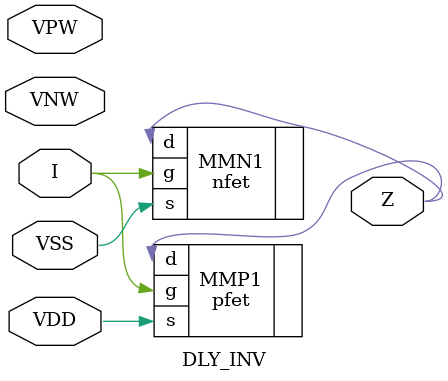
<source format=v>
`timescale 1ns / 1ns 

module DLY_INV ( Z, VDD, VNW, VPW, VSS, I );

output  Z;

inout  VDD, VNW, VPW, VSS;

input  I;


specify 
    specparam CDS_LIBNAME  = "Delay_Cell_Lib_hwpeng";
    specparam CDS_CELLNAME = "DLY_INV";
    specparam CDS_VIEWNAME = "schematic";
endspecify

nfet  MMN1 ( .s(VSS), .g(I), .d(Z));
pfet  MMP1 ( .s(VDD), .g(I), .d(Z));

endmodule

</source>
